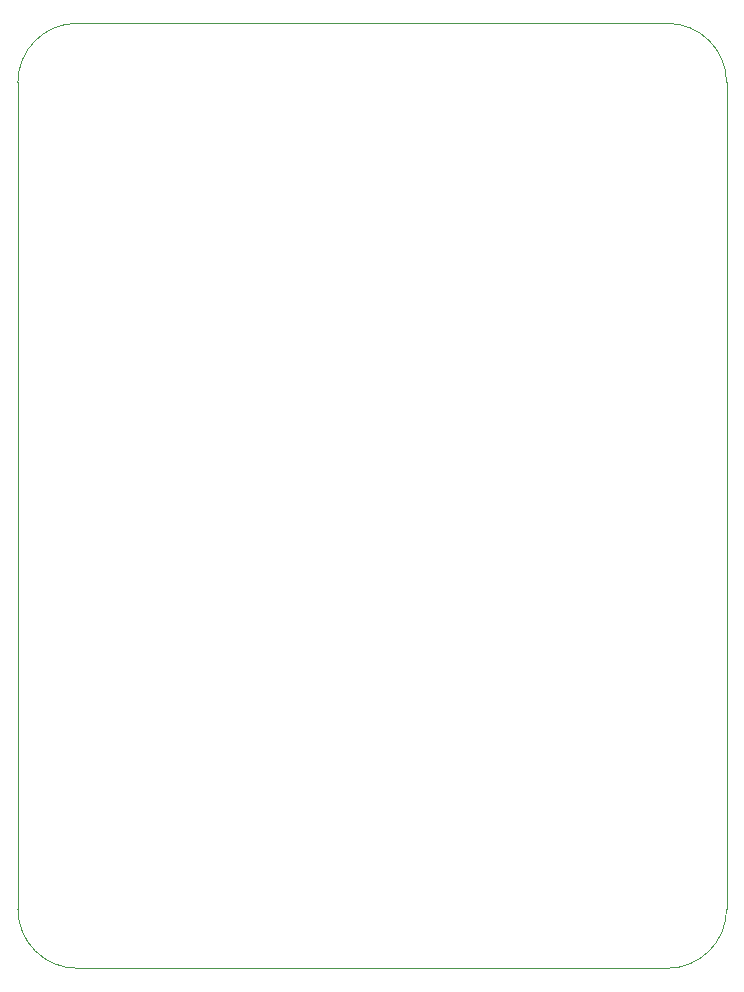
<source format=gbr>
%TF.GenerationSoftware,Altium Limited,Altium Designer,25.4.2 (15)*%
G04 Layer_Color=0*
%FSLAX45Y45*%
%MOMM*%
%TF.SameCoordinates,81630B90-A891-4B4D-9F54-97E9C8775566*%
%TF.FilePolarity,Positive*%
%TF.FileFunction,Profile,NP*%
%TF.Part,Single*%
G01*
G75*
%TA.AperFunction,Profile*%
%ADD139C,0.02540*%
D139*
X2Y500000D02*
G03*
X500002Y0I500000J0D01*
G01*
X5500002D01*
Y0D01*
D02*
G03*
X6000002Y500000I0J500000D01*
G01*
X6000006D01*
X6000005Y7500000D01*
X6000001D01*
D02*
G03*
X5500002Y8000000I-500000J0D01*
G01*
X5500004Y7999998D01*
X500004D01*
X500002Y8000000D01*
D02*
G03*
X2Y7500000I0J-500000D01*
G01*
X2D01*
X2Y500000D01*
%TF.MD5,e233c9bfced8a8d384869a1c27550943*%
M02*

</source>
